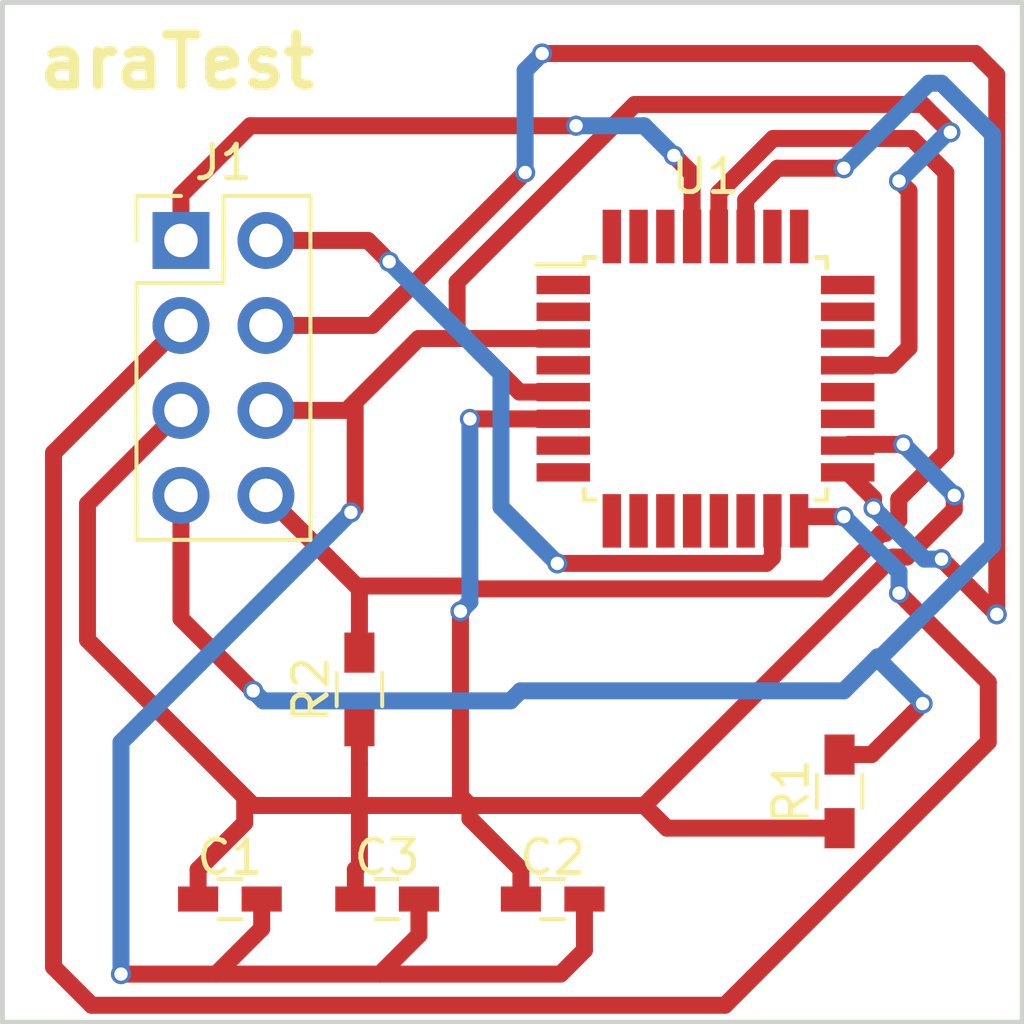
<source format=kicad_pcb>
(kicad_pcb (version 4) (host pcbnew 4.0.7)

  (general
    (links 22)
    (no_connects 18)
    (area 55.804999 55.804999 86.435001 86.435001)
    (thickness 1.6)
    (drawings 5)
    (tracks 166)
    (zones 0)
    (modules 7)
    (nets 29)
  )

  (page User 150.012 150.012)
  (title_block
    (title "LPKF Test")
    (date 2018-07-18)
    (rev v0.1)
    (company www.aravinth.info)
  )

  (layers
    (0 F.Cu signal)
    (31 B.Cu signal)
    (32 B.Adhes user)
    (33 F.Adhes user)
    (34 B.Paste user)
    (35 F.Paste user)
    (36 B.SilkS user)
    (37 F.SilkS user)
    (38 B.Mask user)
    (39 F.Mask user)
    (40 Dwgs.User user)
    (41 Cmts.User user)
    (42 Eco1.User user)
    (43 Eco2.User user)
    (44 Edge.Cuts user)
    (45 Margin user)
    (46 B.CrtYd user)
    (47 F.CrtYd user)
    (48 B.Fab user)
    (49 F.Fab user)
  )

  (setup
    (last_trace_width 0.508)
    (user_trace_width 0.508)
    (trace_clearance 0.2)
    (zone_clearance 0.508)
    (zone_45_only no)
    (trace_min 0.2)
    (segment_width 0.2)
    (edge_width 0.15)
    (via_size 0.6)
    (via_drill 0.4)
    (via_min_size 0.4)
    (via_min_drill 0.3)
    (uvia_size 0.3)
    (uvia_drill 0.1)
    (uvias_allowed no)
    (uvia_min_size 0.2)
    (uvia_min_drill 0.1)
    (pcb_text_width 0.3)
    (pcb_text_size 1.5 1.5)
    (mod_edge_width 0.15)
    (mod_text_size 1 1)
    (mod_text_width 0.15)
    (pad_size 1.524 1.524)
    (pad_drill 0.762)
    (pad_to_mask_clearance 0.2)
    (aux_axis_origin 0 0)
    (visible_elements FFFFEF7F)
    (pcbplotparams
      (layerselection 0x00030_80000001)
      (usegerberextensions false)
      (excludeedgelayer true)
      (linewidth 0.100000)
      (plotframeref false)
      (viasonmask false)
      (mode 1)
      (useauxorigin false)
      (hpglpennumber 1)
      (hpglpenspeed 20)
      (hpglpendiameter 15)
      (hpglpenoverlay 2)
      (psnegative false)
      (psa4output false)
      (plotreference true)
      (plotvalue true)
      (plotinvisibletext false)
      (padsonsilk false)
      (subtractmaskfromsilk false)
      (outputformat 1)
      (mirror false)
      (drillshape 1)
      (scaleselection 1)
      (outputdirectory ""))
  )

  (net 0 "")
  (net 1 +5V)
  (net 2 GND)
  (net 3 "Net-(J1-Pad1)")
  (net 4 "Net-(J1-Pad2)")
  (net 5 "Net-(J1-Pad3)")
  (net 6 "Net-(J1-Pad4)")
  (net 7 /SDA)
  (net 8 /SCL)
  (net 9 "Net-(U1-Pad1)")
  (net 10 "Net-(U1-Pad2)")
  (net 11 "Net-(U1-Pad7)")
  (net 12 "Net-(U1-Pad8)")
  (net 13 "Net-(U1-Pad9)")
  (net 14 "Net-(U1-Pad10)")
  (net 15 "Net-(U1-Pad11)")
  (net 16 "Net-(U1-Pad12)")
  (net 17 "Net-(U1-Pad13)")
  (net 18 "Net-(U1-Pad14)")
  (net 19 "Net-(U1-Pad19)")
  (net 20 "Net-(U1-Pad20)")
  (net 21 "Net-(U1-Pad22)")
  (net 22 "Net-(U1-Pad23)")
  (net 23 "Net-(U1-Pad24)")
  (net 24 "Net-(U1-Pad25)")
  (net 25 "Net-(U1-Pad26)")
  (net 26 "Net-(U1-Pad30)")
  (net 27 "Net-(U1-Pad31)")
  (net 28 "Net-(U1-Pad32)")

  (net_class Default "This is the default net class."
    (clearance 0.2)
    (trace_width 0.25)
    (via_dia 0.6)
    (via_drill 0.4)
    (uvia_dia 0.3)
    (uvia_drill 0.1)
    (add_net +5V)
    (add_net /SCL)
    (add_net /SDA)
    (add_net GND)
    (add_net "Net-(J1-Pad1)")
    (add_net "Net-(J1-Pad2)")
    (add_net "Net-(J1-Pad3)")
    (add_net "Net-(J1-Pad4)")
    (add_net "Net-(U1-Pad1)")
    (add_net "Net-(U1-Pad10)")
    (add_net "Net-(U1-Pad11)")
    (add_net "Net-(U1-Pad12)")
    (add_net "Net-(U1-Pad13)")
    (add_net "Net-(U1-Pad14)")
    (add_net "Net-(U1-Pad19)")
    (add_net "Net-(U1-Pad2)")
    (add_net "Net-(U1-Pad20)")
    (add_net "Net-(U1-Pad22)")
    (add_net "Net-(U1-Pad23)")
    (add_net "Net-(U1-Pad24)")
    (add_net "Net-(U1-Pad25)")
    (add_net "Net-(U1-Pad26)")
    (add_net "Net-(U1-Pad30)")
    (add_net "Net-(U1-Pad31)")
    (add_net "Net-(U1-Pad32)")
    (add_net "Net-(U1-Pad7)")
    (add_net "Net-(U1-Pad8)")
    (add_net "Net-(U1-Pad9)")
  )

  (module Capacitors_SMD:C_0603_HandSoldering (layer F.Cu) (tedit 58AA848B) (tstamp 5B4F4D40)
    (at 62.677 82.677)
    (descr "Capacitor SMD 0603, hand soldering")
    (tags "capacitor 0603")
    (path /5B4F4B2E)
    (attr smd)
    (fp_text reference C1 (at 0 -1.25) (layer F.SilkS)
      (effects (font (size 1 1) (thickness 0.15)))
    )
    (fp_text value 0.1uF (at 0 1.5) (layer F.Fab)
      (effects (font (size 1 1) (thickness 0.15)))
    )
    (fp_text user %R (at 0 -1.25) (layer F.Fab)
      (effects (font (size 1 1) (thickness 0.15)))
    )
    (fp_line (start -0.8 0.4) (end -0.8 -0.4) (layer F.Fab) (width 0.1))
    (fp_line (start 0.8 0.4) (end -0.8 0.4) (layer F.Fab) (width 0.1))
    (fp_line (start 0.8 -0.4) (end 0.8 0.4) (layer F.Fab) (width 0.1))
    (fp_line (start -0.8 -0.4) (end 0.8 -0.4) (layer F.Fab) (width 0.1))
    (fp_line (start -0.35 -0.6) (end 0.35 -0.6) (layer F.SilkS) (width 0.12))
    (fp_line (start 0.35 0.6) (end -0.35 0.6) (layer F.SilkS) (width 0.12))
    (fp_line (start -1.8 -0.65) (end 1.8 -0.65) (layer F.CrtYd) (width 0.05))
    (fp_line (start -1.8 -0.65) (end -1.8 0.65) (layer F.CrtYd) (width 0.05))
    (fp_line (start 1.8 0.65) (end 1.8 -0.65) (layer F.CrtYd) (width 0.05))
    (fp_line (start 1.8 0.65) (end -1.8 0.65) (layer F.CrtYd) (width 0.05))
    (pad 1 smd rect (at -0.95 0) (size 1.2 0.75) (layers F.Cu F.Paste F.Mask)
      (net 1 +5V))
    (pad 2 smd rect (at 0.95 0) (size 1.2 0.75) (layers F.Cu F.Paste F.Mask)
      (net 2 GND))
    (model Capacitors_SMD.3dshapes/C_0603.wrl
      (at (xyz 0 0 0))
      (scale (xyz 1 1 1))
      (rotate (xyz 0 0 0))
    )
  )

  (module Capacitors_SMD:C_0603_HandSoldering (layer F.Cu) (tedit 58AA848B) (tstamp 5B4F4D51)
    (at 72.324 82.677)
    (descr "Capacitor SMD 0603, hand soldering")
    (tags "capacitor 0603")
    (path /5B4F4B59)
    (attr smd)
    (fp_text reference C2 (at 0 -1.25) (layer F.SilkS)
      (effects (font (size 1 1) (thickness 0.15)))
    )
    (fp_text value 0.1uF (at 0 1.5) (layer F.Fab)
      (effects (font (size 1 1) (thickness 0.15)))
    )
    (fp_text user %R (at 0 -1.25) (layer F.Fab)
      (effects (font (size 1 1) (thickness 0.15)))
    )
    (fp_line (start -0.8 0.4) (end -0.8 -0.4) (layer F.Fab) (width 0.1))
    (fp_line (start 0.8 0.4) (end -0.8 0.4) (layer F.Fab) (width 0.1))
    (fp_line (start 0.8 -0.4) (end 0.8 0.4) (layer F.Fab) (width 0.1))
    (fp_line (start -0.8 -0.4) (end 0.8 -0.4) (layer F.Fab) (width 0.1))
    (fp_line (start -0.35 -0.6) (end 0.35 -0.6) (layer F.SilkS) (width 0.12))
    (fp_line (start 0.35 0.6) (end -0.35 0.6) (layer F.SilkS) (width 0.12))
    (fp_line (start -1.8 -0.65) (end 1.8 -0.65) (layer F.CrtYd) (width 0.05))
    (fp_line (start -1.8 -0.65) (end -1.8 0.65) (layer F.CrtYd) (width 0.05))
    (fp_line (start 1.8 0.65) (end 1.8 -0.65) (layer F.CrtYd) (width 0.05))
    (fp_line (start 1.8 0.65) (end -1.8 0.65) (layer F.CrtYd) (width 0.05))
    (pad 1 smd rect (at -0.95 0) (size 1.2 0.75) (layers F.Cu F.Paste F.Mask)
      (net 1 +5V))
    (pad 2 smd rect (at 0.95 0) (size 1.2 0.75) (layers F.Cu F.Paste F.Mask)
      (net 2 GND))
    (model Capacitors_SMD.3dshapes/C_0603.wrl
      (at (xyz 0 0 0))
      (scale (xyz 1 1 1))
      (rotate (xyz 0 0 0))
    )
  )

  (module Capacitors_SMD:C_0603_HandSoldering (layer F.Cu) (tedit 58AA848B) (tstamp 5B4F4D62)
    (at 67.376 82.677)
    (descr "Capacitor SMD 0603, hand soldering")
    (tags "capacitor 0603")
    (path /5B4F4B91)
    (attr smd)
    (fp_text reference C3 (at 0 -1.25) (layer F.SilkS)
      (effects (font (size 1 1) (thickness 0.15)))
    )
    (fp_text value 0.1uF (at 0 1.5) (layer F.Fab)
      (effects (font (size 1 1) (thickness 0.15)))
    )
    (fp_text user %R (at 0 -1.25) (layer F.Fab)
      (effects (font (size 1 1) (thickness 0.15)))
    )
    (fp_line (start -0.8 0.4) (end -0.8 -0.4) (layer F.Fab) (width 0.1))
    (fp_line (start 0.8 0.4) (end -0.8 0.4) (layer F.Fab) (width 0.1))
    (fp_line (start 0.8 -0.4) (end 0.8 0.4) (layer F.Fab) (width 0.1))
    (fp_line (start -0.8 -0.4) (end 0.8 -0.4) (layer F.Fab) (width 0.1))
    (fp_line (start -0.35 -0.6) (end 0.35 -0.6) (layer F.SilkS) (width 0.12))
    (fp_line (start 0.35 0.6) (end -0.35 0.6) (layer F.SilkS) (width 0.12))
    (fp_line (start -1.8 -0.65) (end 1.8 -0.65) (layer F.CrtYd) (width 0.05))
    (fp_line (start -1.8 -0.65) (end -1.8 0.65) (layer F.CrtYd) (width 0.05))
    (fp_line (start 1.8 0.65) (end 1.8 -0.65) (layer F.CrtYd) (width 0.05))
    (fp_line (start 1.8 0.65) (end -1.8 0.65) (layer F.CrtYd) (width 0.05))
    (pad 1 smd rect (at -0.95 0) (size 1.2 0.75) (layers F.Cu F.Paste F.Mask)
      (net 1 +5V))
    (pad 2 smd rect (at 0.95 0) (size 1.2 0.75) (layers F.Cu F.Paste F.Mask)
      (net 2 GND))
    (model Capacitors_SMD.3dshapes/C_0603.wrl
      (at (xyz 0 0 0))
      (scale (xyz 1 1 1))
      (rotate (xyz 0 0 0))
    )
  )

  (module Pin_Headers:Pin_Header_Straight_2x04_Pitch2.54mm (layer F.Cu) (tedit 59650532) (tstamp 5B4F4D80)
    (at 61.214 62.992)
    (descr "Through hole straight pin header, 2x04, 2.54mm pitch, double rows")
    (tags "Through hole pin header THT 2x04 2.54mm double row")
    (path /5B4F4432)
    (fp_text reference J1 (at 1.27 -2.33) (layer F.SilkS)
      (effects (font (size 1 1) (thickness 0.15)))
    )
    (fp_text value 02x04 (at 1.27 9.95) (layer F.Fab)
      (effects (font (size 1 1) (thickness 0.15)))
    )
    (fp_line (start 0 -1.27) (end 3.81 -1.27) (layer F.Fab) (width 0.1))
    (fp_line (start 3.81 -1.27) (end 3.81 8.89) (layer F.Fab) (width 0.1))
    (fp_line (start 3.81 8.89) (end -1.27 8.89) (layer F.Fab) (width 0.1))
    (fp_line (start -1.27 8.89) (end -1.27 0) (layer F.Fab) (width 0.1))
    (fp_line (start -1.27 0) (end 0 -1.27) (layer F.Fab) (width 0.1))
    (fp_line (start -1.33 8.95) (end 3.87 8.95) (layer F.SilkS) (width 0.12))
    (fp_line (start -1.33 1.27) (end -1.33 8.95) (layer F.SilkS) (width 0.12))
    (fp_line (start 3.87 -1.33) (end 3.87 8.95) (layer F.SilkS) (width 0.12))
    (fp_line (start -1.33 1.27) (end 1.27 1.27) (layer F.SilkS) (width 0.12))
    (fp_line (start 1.27 1.27) (end 1.27 -1.33) (layer F.SilkS) (width 0.12))
    (fp_line (start 1.27 -1.33) (end 3.87 -1.33) (layer F.SilkS) (width 0.12))
    (fp_line (start -1.33 0) (end -1.33 -1.33) (layer F.SilkS) (width 0.12))
    (fp_line (start -1.33 -1.33) (end 0 -1.33) (layer F.SilkS) (width 0.12))
    (fp_line (start -1.8 -1.8) (end -1.8 9.4) (layer F.CrtYd) (width 0.05))
    (fp_line (start -1.8 9.4) (end 4.35 9.4) (layer F.CrtYd) (width 0.05))
    (fp_line (start 4.35 9.4) (end 4.35 -1.8) (layer F.CrtYd) (width 0.05))
    (fp_line (start 4.35 -1.8) (end -1.8 -1.8) (layer F.CrtYd) (width 0.05))
    (fp_text user %R (at 1.27 3.81 90) (layer F.Fab)
      (effects (font (size 1 1) (thickness 0.15)))
    )
    (pad 1 thru_hole rect (at 0 0) (size 1.7 1.7) (drill 1) (layers *.Cu *.Mask)
      (net 3 "Net-(J1-Pad1)"))
    (pad 2 thru_hole oval (at 2.54 0) (size 1.7 1.7) (drill 1) (layers *.Cu *.Mask)
      (net 4 "Net-(J1-Pad2)"))
    (pad 3 thru_hole oval (at 0 2.54) (size 1.7 1.7) (drill 1) (layers *.Cu *.Mask)
      (net 5 "Net-(J1-Pad3)"))
    (pad 4 thru_hole oval (at 2.54 2.54) (size 1.7 1.7) (drill 1) (layers *.Cu *.Mask)
      (net 6 "Net-(J1-Pad4)"))
    (pad 5 thru_hole oval (at 0 5.08) (size 1.7 1.7) (drill 1) (layers *.Cu *.Mask)
      (net 1 +5V))
    (pad 6 thru_hole oval (at 2.54 5.08) (size 1.7 1.7) (drill 1) (layers *.Cu *.Mask)
      (net 2 GND))
    (pad 7 thru_hole oval (at 0 7.62) (size 1.7 1.7) (drill 1) (layers *.Cu *.Mask)
      (net 7 /SDA))
    (pad 8 thru_hole oval (at 2.54 7.62) (size 1.7 1.7) (drill 1) (layers *.Cu *.Mask)
      (net 8 /SCL))
    (model ${KISYS3DMOD}/Pin_Headers.3dshapes/Pin_Header_Straight_2x04_Pitch2.54mm.wrl
      (at (xyz 0 0 0))
      (scale (xyz 1 1 1))
      (rotate (xyz 0 0 0))
    )
  )

  (module Resistors_SMD:R_0603_HandSoldering (layer F.Cu) (tedit 58E0A804) (tstamp 5B4F4D91)
    (at 80.899 79.459 90)
    (descr "Resistor SMD 0603, hand soldering")
    (tags "resistor 0603")
    (path /5B4F47C4)
    (attr smd)
    (fp_text reference R1 (at 0 -1.45 90) (layer F.SilkS)
      (effects (font (size 1 1) (thickness 0.15)))
    )
    (fp_text value 10K (at 0 1.55 90) (layer F.Fab)
      (effects (font (size 1 1) (thickness 0.15)))
    )
    (fp_text user %R (at 0 0 90) (layer F.Fab)
      (effects (font (size 0.4 0.4) (thickness 0.075)))
    )
    (fp_line (start -0.8 0.4) (end -0.8 -0.4) (layer F.Fab) (width 0.1))
    (fp_line (start 0.8 0.4) (end -0.8 0.4) (layer F.Fab) (width 0.1))
    (fp_line (start 0.8 -0.4) (end 0.8 0.4) (layer F.Fab) (width 0.1))
    (fp_line (start -0.8 -0.4) (end 0.8 -0.4) (layer F.Fab) (width 0.1))
    (fp_line (start 0.5 0.68) (end -0.5 0.68) (layer F.SilkS) (width 0.12))
    (fp_line (start -0.5 -0.68) (end 0.5 -0.68) (layer F.SilkS) (width 0.12))
    (fp_line (start -1.96 -0.7) (end 1.95 -0.7) (layer F.CrtYd) (width 0.05))
    (fp_line (start -1.96 -0.7) (end -1.96 0.7) (layer F.CrtYd) (width 0.05))
    (fp_line (start 1.95 0.7) (end 1.95 -0.7) (layer F.CrtYd) (width 0.05))
    (fp_line (start 1.95 0.7) (end -1.96 0.7) (layer F.CrtYd) (width 0.05))
    (pad 1 smd rect (at -1.1 0 90) (size 1.2 0.9) (layers F.Cu F.Paste F.Mask)
      (net 1 +5V))
    (pad 2 smd rect (at 1.1 0 90) (size 1.2 0.9) (layers F.Cu F.Paste F.Mask)
      (net 7 /SDA))
    (model ${KISYS3DMOD}/Resistors_SMD.3dshapes/R_0603.wrl
      (at (xyz 0 0 0))
      (scale (xyz 1 1 1))
      (rotate (xyz 0 0 0))
    )
  )

  (module Resistors_SMD:R_0603_HandSoldering (layer F.Cu) (tedit 58E0A804) (tstamp 5B4F4DA2)
    (at 66.548 76.411 90)
    (descr "Resistor SMD 0603, hand soldering")
    (tags "resistor 0603")
    (path /5B4F4819)
    (attr smd)
    (fp_text reference R2 (at 0 -1.45 90) (layer F.SilkS)
      (effects (font (size 1 1) (thickness 0.15)))
    )
    (fp_text value 10K (at 0 1.55 90) (layer F.Fab)
      (effects (font (size 1 1) (thickness 0.15)))
    )
    (fp_text user %R (at 0 0 90) (layer F.Fab)
      (effects (font (size 0.4 0.4) (thickness 0.075)))
    )
    (fp_line (start -0.8 0.4) (end -0.8 -0.4) (layer F.Fab) (width 0.1))
    (fp_line (start 0.8 0.4) (end -0.8 0.4) (layer F.Fab) (width 0.1))
    (fp_line (start 0.8 -0.4) (end 0.8 0.4) (layer F.Fab) (width 0.1))
    (fp_line (start -0.8 -0.4) (end 0.8 -0.4) (layer F.Fab) (width 0.1))
    (fp_line (start 0.5 0.68) (end -0.5 0.68) (layer F.SilkS) (width 0.12))
    (fp_line (start -0.5 -0.68) (end 0.5 -0.68) (layer F.SilkS) (width 0.12))
    (fp_line (start -1.96 -0.7) (end 1.95 -0.7) (layer F.CrtYd) (width 0.05))
    (fp_line (start -1.96 -0.7) (end -1.96 0.7) (layer F.CrtYd) (width 0.05))
    (fp_line (start 1.95 0.7) (end 1.95 -0.7) (layer F.CrtYd) (width 0.05))
    (fp_line (start 1.95 0.7) (end -1.96 0.7) (layer F.CrtYd) (width 0.05))
    (pad 1 smd rect (at -1.1 0 90) (size 1.2 0.9) (layers F.Cu F.Paste F.Mask)
      (net 1 +5V))
    (pad 2 smd rect (at 1.1 0 90) (size 1.2 0.9) (layers F.Cu F.Paste F.Mask)
      (net 8 /SCL))
    (model ${KISYS3DMOD}/Resistors_SMD.3dshapes/R_0603.wrl
      (at (xyz 0 0 0))
      (scale (xyz 1 1 1))
      (rotate (xyz 0 0 0))
    )
  )

  (module Housings_QFP:TQFP-32_7x7mm_Pitch0.8mm (layer F.Cu) (tedit 58CC9A48) (tstamp 5B4F4DD9)
    (at 76.892 67.124)
    (descr "32-Lead Plastic Thin Quad Flatpack (PT) - 7x7x1.0 mm Body, 2.00 mm [TQFP] (see Microchip Packaging Specification 00000049BS.pdf)")
    (tags "QFP 0.8")
    (path /5B4F5627)
    (attr smd)
    (fp_text reference U1 (at 0 -6.05) (layer F.SilkS)
      (effects (font (size 1 1) (thickness 0.15)))
    )
    (fp_text value ATMEGA168PA-AU (at 0 6.05) (layer F.Fab)
      (effects (font (size 1 1) (thickness 0.15)))
    )
    (fp_text user %R (at 0 0) (layer F.Fab)
      (effects (font (size 1 1) (thickness 0.15)))
    )
    (fp_line (start -2.5 -3.5) (end 3.5 -3.5) (layer F.Fab) (width 0.15))
    (fp_line (start 3.5 -3.5) (end 3.5 3.5) (layer F.Fab) (width 0.15))
    (fp_line (start 3.5 3.5) (end -3.5 3.5) (layer F.Fab) (width 0.15))
    (fp_line (start -3.5 3.5) (end -3.5 -2.5) (layer F.Fab) (width 0.15))
    (fp_line (start -3.5 -2.5) (end -2.5 -3.5) (layer F.Fab) (width 0.15))
    (fp_line (start -5.3 -5.3) (end -5.3 5.3) (layer F.CrtYd) (width 0.05))
    (fp_line (start 5.3 -5.3) (end 5.3 5.3) (layer F.CrtYd) (width 0.05))
    (fp_line (start -5.3 -5.3) (end 5.3 -5.3) (layer F.CrtYd) (width 0.05))
    (fp_line (start -5.3 5.3) (end 5.3 5.3) (layer F.CrtYd) (width 0.05))
    (fp_line (start -3.625 -3.625) (end -3.625 -3.4) (layer F.SilkS) (width 0.15))
    (fp_line (start 3.625 -3.625) (end 3.625 -3.3) (layer F.SilkS) (width 0.15))
    (fp_line (start 3.625 3.625) (end 3.625 3.3) (layer F.SilkS) (width 0.15))
    (fp_line (start -3.625 3.625) (end -3.625 3.3) (layer F.SilkS) (width 0.15))
    (fp_line (start -3.625 -3.625) (end -3.3 -3.625) (layer F.SilkS) (width 0.15))
    (fp_line (start -3.625 3.625) (end -3.3 3.625) (layer F.SilkS) (width 0.15))
    (fp_line (start 3.625 3.625) (end 3.3 3.625) (layer F.SilkS) (width 0.15))
    (fp_line (start 3.625 -3.625) (end 3.3 -3.625) (layer F.SilkS) (width 0.15))
    (fp_line (start -3.625 -3.4) (end -5.05 -3.4) (layer F.SilkS) (width 0.15))
    (pad 1 smd rect (at -4.25 -2.8) (size 1.6 0.55) (layers F.Cu F.Paste F.Mask)
      (net 9 "Net-(U1-Pad1)"))
    (pad 2 smd rect (at -4.25 -2) (size 1.6 0.55) (layers F.Cu F.Paste F.Mask)
      (net 10 "Net-(U1-Pad2)"))
    (pad 3 smd rect (at -4.25 -1.2) (size 1.6 0.55) (layers F.Cu F.Paste F.Mask)
      (net 2 GND))
    (pad 4 smd rect (at -4.25 -0.4) (size 1.6 0.55) (layers F.Cu F.Paste F.Mask)
      (net 1 +5V))
    (pad 5 smd rect (at -4.25 0.4) (size 1.6 0.55) (layers F.Cu F.Paste F.Mask)
      (net 2 GND))
    (pad 6 smd rect (at -4.25 1.2) (size 1.6 0.55) (layers F.Cu F.Paste F.Mask)
      (net 1 +5V))
    (pad 7 smd rect (at -4.25 2) (size 1.6 0.55) (layers F.Cu F.Paste F.Mask)
      (net 11 "Net-(U1-Pad7)"))
    (pad 8 smd rect (at -4.25 2.8) (size 1.6 0.55) (layers F.Cu F.Paste F.Mask)
      (net 12 "Net-(U1-Pad8)"))
    (pad 9 smd rect (at -2.8 4.25 90) (size 1.6 0.55) (layers F.Cu F.Paste F.Mask)
      (net 13 "Net-(U1-Pad9)"))
    (pad 10 smd rect (at -2 4.25 90) (size 1.6 0.55) (layers F.Cu F.Paste F.Mask)
      (net 14 "Net-(U1-Pad10)"))
    (pad 11 smd rect (at -1.2 4.25 90) (size 1.6 0.55) (layers F.Cu F.Paste F.Mask)
      (net 15 "Net-(U1-Pad11)"))
    (pad 12 smd rect (at -0.4 4.25 90) (size 1.6 0.55) (layers F.Cu F.Paste F.Mask)
      (net 16 "Net-(U1-Pad12)"))
    (pad 13 smd rect (at 0.4 4.25 90) (size 1.6 0.55) (layers F.Cu F.Paste F.Mask)
      (net 17 "Net-(U1-Pad13)"))
    (pad 14 smd rect (at 1.2 4.25 90) (size 1.6 0.55) (layers F.Cu F.Paste F.Mask)
      (net 18 "Net-(U1-Pad14)"))
    (pad 15 smd rect (at 2 4.25 90) (size 1.6 0.55) (layers F.Cu F.Paste F.Mask)
      (net 4 "Net-(J1-Pad2)"))
    (pad 16 smd rect (at 2.8 4.25 90) (size 1.6 0.55) (layers F.Cu F.Paste F.Mask)
      (net 5 "Net-(J1-Pad3)"))
    (pad 17 smd rect (at 4.25 2.8) (size 1.6 0.55) (layers F.Cu F.Paste F.Mask)
      (net 6 "Net-(J1-Pad4)"))
    (pad 18 smd rect (at 4.25 2) (size 1.6 0.55) (layers F.Cu F.Paste F.Mask)
      (net 1 +5V))
    (pad 19 smd rect (at 4.25 1.2) (size 1.6 0.55) (layers F.Cu F.Paste F.Mask)
      (net 19 "Net-(U1-Pad19)"))
    (pad 20 smd rect (at 4.25 0.4) (size 1.6 0.55) (layers F.Cu F.Paste F.Mask)
      (net 20 "Net-(U1-Pad20)"))
    (pad 21 smd rect (at 4.25 -0.4) (size 1.6 0.55) (layers F.Cu F.Paste F.Mask)
      (net 2 GND))
    (pad 22 smd rect (at 4.25 -1.2) (size 1.6 0.55) (layers F.Cu F.Paste F.Mask)
      (net 21 "Net-(U1-Pad22)"))
    (pad 23 smd rect (at 4.25 -2) (size 1.6 0.55) (layers F.Cu F.Paste F.Mask)
      (net 22 "Net-(U1-Pad23)"))
    (pad 24 smd rect (at 4.25 -2.8) (size 1.6 0.55) (layers F.Cu F.Paste F.Mask)
      (net 23 "Net-(U1-Pad24)"))
    (pad 25 smd rect (at 2.8 -4.25 90) (size 1.6 0.55) (layers F.Cu F.Paste F.Mask)
      (net 24 "Net-(U1-Pad25)"))
    (pad 26 smd rect (at 2 -4.25 90) (size 1.6 0.55) (layers F.Cu F.Paste F.Mask)
      (net 25 "Net-(U1-Pad26)"))
    (pad 27 smd rect (at 1.2 -4.25 90) (size 1.6 0.55) (layers F.Cu F.Paste F.Mask)
      (net 7 /SDA))
    (pad 28 smd rect (at 0.4 -4.25 90) (size 1.6 0.55) (layers F.Cu F.Paste F.Mask)
      (net 8 /SCL))
    (pad 29 smd rect (at -0.4 -4.25 90) (size 1.6 0.55) (layers F.Cu F.Paste F.Mask)
      (net 3 "Net-(J1-Pad1)"))
    (pad 30 smd rect (at -1.2 -4.25 90) (size 1.6 0.55) (layers F.Cu F.Paste F.Mask)
      (net 26 "Net-(U1-Pad30)"))
    (pad 31 smd rect (at -2 -4.25 90) (size 1.6 0.55) (layers F.Cu F.Paste F.Mask)
      (net 27 "Net-(U1-Pad31)"))
    (pad 32 smd rect (at -2.8 -4.25 90) (size 1.6 0.55) (layers F.Cu F.Paste F.Mask)
      (net 28 "Net-(U1-Pad32)"))
    (model ${KISYS3DMOD}/Housings_QFP.3dshapes/TQFP-32_7x7mm_Pitch0.8mm.wrl
      (at (xyz 0 0 0))
      (scale (xyz 1 1 1))
      (rotate (xyz 0 0 0))
    )
  )

  (gr_text araTest (at 61.087 57.658) (layer F.SilkS)
    (effects (font (size 1.5 1.5) (thickness 0.3)))
  )
  (gr_line (start 86.36 55.88) (end 55.88 55.88) (layer Edge.Cuts) (width 0.15))
  (gr_line (start 86.36 86.36) (end 86.36 55.88) (layer Edge.Cuts) (width 0.15))
  (gr_line (start 55.88 86.36) (end 86.36 86.36) (layer Edge.Cuts) (width 0.15))
  (gr_line (start 55.88 55.88) (end 55.88 86.36) (layer Edge.Cuts) (width 0.15))

  (segment (start 82.909252 72.455012) (end 84.328 71.036264) (width 0.508) (layer F.Cu) (net 1))
  (segment (start 84.328 71.036264) (end 84.328 70.612) (width 0.508) (layer F.Cu) (net 1))
  (segment (start 75.058819 79.881181) (end 82.484988 72.455012) (width 0.508) (layer F.Cu) (net 1))
  (segment (start 82.484988 72.455012) (end 82.909252 72.455012) (width 0.508) (layer F.Cu) (net 1))
  (segment (start 69.85 79.881181) (end 69.567854 79.599035) (width 0.508) (layer F.Cu) (net 1))
  (via (at 69.567854 74.075269) (size 0.6) (drill 0.4) (layers F.Cu B.Cu) (net 1))
  (segment (start 69.567854 79.599035) (end 69.567854 74.499533) (width 0.508) (layer F.Cu) (net 1))
  (segment (start 69.567854 74.499533) (end 69.567854 74.075269) (width 0.508) (layer F.Cu) (net 1))
  (segment (start 69.85 73.793123) (end 69.567854 74.075269) (width 0.508) (layer B.Cu) (net 1))
  (segment (start 69.85 68.326) (end 69.85 73.793123) (width 0.508) (layer B.Cu) (net 1))
  (segment (start 61.214 68.072) (end 58.42 70.866) (width 0.508) (layer F.Cu) (net 1))
  (segment (start 58.42 70.866) (end 58.42 74.93) (width 0.508) (layer F.Cu) (net 1))
  (segment (start 58.42 74.93) (end 63.119 79.629) (width 0.508) (layer F.Cu) (net 1))
  (segment (start 71.374 82.677) (end 71.374 81.794) (width 0.508) (layer F.Cu) (net 1))
  (segment (start 71.374 81.794) (end 69.85 80.27) (width 0.508) (layer F.Cu) (net 1))
  (segment (start 69.85 80.27) (end 69.85 79.881181) (width 0.508) (layer F.Cu) (net 1))
  (segment (start 66.426 82.677) (end 66.426 81.794) (width 0.508) (layer F.Cu) (net 1))
  (segment (start 66.426 81.794) (end 66.548 81.672) (width 0.508) (layer F.Cu) (net 1))
  (segment (start 66.548 81.672) (end 66.548 79.881181) (width 0.508) (layer F.Cu) (net 1))
  (segment (start 63.119 79.629) (end 63.371181 79.881181) (width 0.508) (layer F.Cu) (net 1))
  (segment (start 61.727 82.677) (end 61.727 81.794) (width 0.508) (layer F.Cu) (net 1))
  (segment (start 61.727 81.794) (end 63.119 80.402) (width 0.508) (layer F.Cu) (net 1))
  (segment (start 63.119 80.402) (end 63.119 79.629) (width 0.508) (layer F.Cu) (net 1))
  (segment (start 69.85 68.326) (end 72.64 68.326) (width 0.508) (layer F.Cu) (net 1))
  (segment (start 72.64 68.326) (end 72.642 68.324) (width 0.508) (layer F.Cu) (net 1))
  (via (at 69.85 68.326) (size 0.6) (drill 0.4) (layers F.Cu B.Cu) (net 1))
  (segment (start 69.85 79.881181) (end 75.058819 79.881181) (width 0.508) (layer F.Cu) (net 1))
  (segment (start 66.548 79.881181) (end 69.85 79.881181) (width 0.508) (layer F.Cu) (net 1))
  (segment (start 80.899 80.559) (end 75.736638 80.559) (width 0.508) (layer F.Cu) (net 1))
  (segment (start 75.736638 80.559) (end 75.058819 79.881181) (width 0.508) (layer F.Cu) (net 1))
  (segment (start 63.371181 79.881181) (end 66.548 79.881181) (width 0.508) (layer F.Cu) (net 1))
  (segment (start 66.548 77.511) (end 66.548 78.619) (width 0.508) (layer F.Cu) (net 1))
  (segment (start 66.548 78.619) (end 66.548 79.881181) (width 0.508) (layer F.Cu) (net 1))
  (segment (start 82.804 69.088) (end 81.178 69.088) (width 0.508) (layer F.Cu) (net 1))
  (segment (start 81.178 69.088) (end 81.142 69.124) (width 0.508) (layer F.Cu) (net 1))
  (segment (start 84.328 70.612) (end 82.804 69.088) (width 0.508) (layer B.Cu) (net 1))
  (via (at 82.804 69.088) (size 0.6) (drill 0.4) (layers F.Cu B.Cu) (net 1))
  (via (at 84.328 70.612) (size 0.6) (drill 0.4) (layers F.Cu B.Cu) (net 1))
  (segment (start 83.38001 58.928) (end 83.91037 59.45836) (width 0.508) (layer F.Cu) (net 2))
  (segment (start 69.469 64.234924) (end 74.775924 58.928) (width 0.508) (layer F.Cu) (net 2))
  (segment (start 83.91037 59.45836) (end 84.210369 59.758359) (width 0.508) (layer F.Cu) (net 2))
  (segment (start 69.469 65.924) (end 69.469 64.234924) (width 0.508) (layer F.Cu) (net 2))
  (segment (start 74.775924 58.928) (end 83.38001 58.928) (width 0.508) (layer F.Cu) (net 2))
  (segment (start 72.559731 84.920269) (end 73.274 84.206) (width 0.508) (layer F.Cu) (net 2))
  (segment (start 73.274 84.206) (end 73.274 82.677) (width 0.508) (layer F.Cu) (net 2))
  (segment (start 67.159783 84.920269) (end 72.559731 84.920269) (width 0.508) (layer F.Cu) (net 2))
  (segment (start 62.266731 84.920269) (end 67.159783 84.920269) (width 0.508) (layer F.Cu) (net 2))
  (segment (start 67.159783 84.920269) (end 68.326 83.754052) (width 0.508) (layer F.Cu) (net 2))
  (segment (start 68.326 83.754052) (end 68.326 82.677) (width 0.508) (layer F.Cu) (net 2))
  (segment (start 59.421266 84.920269) (end 62.266731 84.920269) (width 0.508) (layer F.Cu) (net 2))
  (segment (start 62.266731 84.920269) (end 63.627 83.56) (width 0.508) (layer F.Cu) (net 2))
  (segment (start 63.627 83.56) (end 63.627 82.677) (width 0.508) (layer F.Cu) (net 2))
  (segment (start 59.421266 77.992734) (end 59.421266 84.496005) (width 0.508) (layer B.Cu) (net 2))
  (segment (start 59.421266 84.496005) (end 59.421266 84.920269) (width 0.508) (layer B.Cu) (net 2))
  (segment (start 66.294 71.12) (end 59.421266 77.992734) (width 0.508) (layer B.Cu) (net 2))
  (via (at 59.421266 84.920269) (size 0.6) (drill 0.4) (layers F.Cu B.Cu) (net 2))
  (segment (start 66.421 67.818) (end 68.315 65.924) (width 0.508) (layer F.Cu) (net 2))
  (segment (start 66.167 68.072) (end 66.421 67.818) (width 0.508) (layer F.Cu) (net 2))
  (segment (start 66.421 67.818) (end 66.421 70.993) (width 0.508) (layer F.Cu) (net 2))
  (segment (start 66.421 70.993) (end 66.294 71.12) (width 0.508) (layer F.Cu) (net 2))
  (via (at 66.294 71.12) (size 0.6) (drill 0.4) (layers F.Cu B.Cu) (net 2))
  (segment (start 82.677 61.214) (end 82.976999 61.513999) (width 0.508) (layer F.Cu) (net 2))
  (segment (start 82.976999 61.513999) (end 82.976999 66.197001) (width 0.508) (layer F.Cu) (net 2))
  (segment (start 82.976999 66.197001) (end 82.45 66.724) (width 0.508) (layer F.Cu) (net 2))
  (segment (start 82.45 66.724) (end 81.142 66.724) (width 0.508) (layer F.Cu) (net 2))
  (segment (start 84.210369 59.758359) (end 84.132641 59.758359) (width 0.508) (layer B.Cu) (net 2))
  (segment (start 84.132641 59.758359) (end 82.677 61.214) (width 0.508) (layer B.Cu) (net 2))
  (via (at 82.677 61.214) (size 0.6) (drill 0.4) (layers F.Cu B.Cu) (net 2))
  (via (at 84.210369 59.758359) (size 0.6) (drill 0.4) (layers F.Cu B.Cu) (net 2))
  (segment (start 69.469 65.924) (end 69.977 65.924) (width 0.508) (layer F.Cu) (net 2))
  (segment (start 68.315 65.924) (end 69.469 65.924) (width 0.508) (layer F.Cu) (net 2))
  (segment (start 69.977 65.924) (end 72.642 65.924) (width 0.508) (layer F.Cu) (net 2))
  (segment (start 71.334 67.524) (end 72.642 67.524) (width 0.508) (layer F.Cu) (net 2))
  (segment (start 69.977 65.924) (end 69.977 66.167) (width 0.508) (layer F.Cu) (net 2))
  (segment (start 69.977 66.167) (end 71.334 67.524) (width 0.508) (layer F.Cu) (net 2))
  (segment (start 63.754 68.072) (end 66.167 68.072) (width 0.508) (layer F.Cu) (net 2))
  (segment (start 75.946 60.452) (end 76.492 60.998) (width 0.508) (layer F.Cu) (net 3))
  (segment (start 76.492 60.998) (end 76.492 62.874) (width 0.508) (layer F.Cu) (net 3))
  (segment (start 73.025 59.563) (end 75.057 59.563) (width 0.508) (layer B.Cu) (net 3))
  (segment (start 75.057 59.563) (end 75.946 60.452) (width 0.508) (layer B.Cu) (net 3))
  (via (at 75.946 60.452) (size 0.6) (drill 0.4) (layers F.Cu B.Cu) (net 3))
  (via (at 73.025 59.563) (size 0.6) (drill 0.4) (layers F.Cu B.Cu) (net 3))
  (segment (start 61.214 62.992) (end 61.214 61.634) (width 0.508) (layer F.Cu) (net 3))
  (segment (start 61.214 61.634) (end 63.285 59.563) (width 0.508) (layer F.Cu) (net 3))
  (segment (start 63.285 59.563) (end 73.025 59.563) (width 0.508) (layer F.Cu) (net 3))
  (segment (start 72.462622 72.644673) (end 78.713529 72.644673) (width 0.508) (layer F.Cu) (net 4))
  (segment (start 78.713529 72.644673) (end 78.892 72.466202) (width 0.508) (layer F.Cu) (net 4))
  (segment (start 78.892 72.466202) (end 78.892 71.374) (width 0.508) (layer F.Cu) (net 4))
  (via (at 72.462622 72.644673) (size 0.6) (drill 0.4) (layers F.Cu B.Cu) (net 4))
  (segment (start 67.437 63.627) (end 70.778655 66.968655) (width 0.508) (layer B.Cu) (net 4))
  (segment (start 70.778655 66.968655) (end 70.778655 70.960706) (width 0.508) (layer B.Cu) (net 4))
  (segment (start 70.778655 70.960706) (end 72.462622 72.644673) (width 0.508) (layer B.Cu) (net 4))
  (segment (start 63.754 62.992) (end 66.802 62.992) (width 0.508) (layer F.Cu) (net 4))
  (segment (start 66.802 62.992) (end 67.437 63.627) (width 0.508) (layer F.Cu) (net 4))
  (via (at 67.437 63.627) (size 0.6) (drill 0.4) (layers F.Cu B.Cu) (net 4))
  (segment (start 81.026 71.247) (end 79.819 71.247) (width 0.508) (layer F.Cu) (net 5))
  (segment (start 79.819 71.247) (end 79.692 71.374) (width 0.508) (layer F.Cu) (net 5))
  (segment (start 82.677 73.533) (end 82.677 72.898) (width 0.508) (layer B.Cu) (net 5))
  (segment (start 82.677 72.898) (end 81.026 71.247) (width 0.508) (layer B.Cu) (net 5))
  (via (at 81.026 71.247) (size 0.6) (drill 0.4) (layers F.Cu B.Cu) (net 5))
  (segment (start 85.344 77.981202) (end 85.344 76.2) (width 0.508) (layer F.Cu) (net 5))
  (segment (start 85.344 76.2) (end 82.677 73.533) (width 0.508) (layer F.Cu) (net 5))
  (via (at 82.677 73.533) (size 0.6) (drill 0.4) (layers F.Cu B.Cu) (net 5))
  (segment (start 58.547 85.852) (end 77.473202 85.852) (width 0.508) (layer F.Cu) (net 5))
  (segment (start 77.473202 85.852) (end 85.344 77.981202) (width 0.508) (layer F.Cu) (net 5))
  (segment (start 57.404 84.709) (end 58.547 85.852) (width 0.508) (layer F.Cu) (net 5))
  (segment (start 61.214 65.532) (end 57.404 69.342) (width 0.508) (layer F.Cu) (net 5))
  (segment (start 57.404 69.342) (end 57.404 84.709) (width 0.508) (layer F.Cu) (net 5))
  (segment (start 81.915 70.993) (end 81.915 70.697) (width 0.508) (layer F.Cu) (net 6))
  (segment (start 81.915 70.697) (end 81.142 69.924) (width 0.508) (layer F.Cu) (net 6))
  (via (at 81.915 70.993) (size 0.6) (drill 0.4) (layers F.Cu B.Cu) (net 6))
  (segment (start 83.947 72.517) (end 83.439 72.517) (width 0.508) (layer B.Cu) (net 6))
  (segment (start 83.439 72.517) (end 81.915 70.993) (width 0.508) (layer B.Cu) (net 6))
  (segment (start 85.598 74.168) (end 83.947 72.517) (width 0.508) (layer F.Cu) (net 6))
  (via (at 83.947 72.517) (size 0.6) (drill 0.4) (layers F.Cu B.Cu) (net 6))
  (segment (start 85.598 58.039) (end 85.598 74.168) (width 0.508) (layer F.Cu) (net 6))
  (via (at 85.598 74.168) (size 0.6) (drill 0.4) (layers F.Cu B.Cu) (net 6))
  (segment (start 84.963 57.404) (end 85.598 58.039) (width 0.508) (layer F.Cu) (net 6))
  (segment (start 72.009 57.404) (end 84.963 57.404) (width 0.508) (layer F.Cu) (net 6))
  (segment (start 71.501 60.96) (end 71.501 57.912) (width 0.508) (layer B.Cu) (net 6))
  (segment (start 71.501 57.912) (end 72.009 57.404) (width 0.508) (layer B.Cu) (net 6))
  (via (at 72.009 57.404) (size 0.6) (drill 0.4) (layers F.Cu B.Cu) (net 6))
  (segment (start 63.754 65.532) (end 66.929 65.532) (width 0.508) (layer F.Cu) (net 6))
  (segment (start 66.929 65.532) (end 71.501 60.96) (width 0.508) (layer F.Cu) (net 6))
  (via (at 71.501 60.96) (size 0.6) (drill 0.4) (layers F.Cu B.Cu) (net 6))
  (segment (start 81.325999 60.533001) (end 81.026 60.833) (width 0.508) (layer B.Cu) (net 7))
  (segment (start 83.566 58.293) (end 81.325999 60.533001) (width 0.508) (layer B.Cu) (net 7))
  (segment (start 83.947 58.293) (end 83.566 58.293) (width 0.508) (layer B.Cu) (net 7))
  (segment (start 85.471 59.817) (end 83.947 58.293) (width 0.508) (layer B.Cu) (net 7))
  (segment (start 85.471 72.108922) (end 85.471 59.817) (width 0.508) (layer B.Cu) (net 7))
  (segment (start 82.141922 75.438) (end 85.471 72.108922) (width 0.508) (layer B.Cu) (net 7))
  (segment (start 82.042 75.438) (end 82.141922 75.438) (width 0.508) (layer B.Cu) (net 7))
  (segment (start 81.026 76.454) (end 82.042 75.438) (width 0.508) (layer B.Cu) (net 7))
  (segment (start 71.062162 76.753999) (end 71.362161 76.454) (width 0.508) (layer B.Cu) (net 7))
  (segment (start 63.373 76.454) (end 63.672999 76.753999) (width 0.508) (layer B.Cu) (net 7))
  (segment (start 63.672999 76.753999) (end 71.062162 76.753999) (width 0.508) (layer B.Cu) (net 7))
  (segment (start 71.362161 76.454) (end 81.026 76.454) (width 0.508) (layer B.Cu) (net 7))
  (segment (start 82.042 75.496) (end 82.042 75.438) (width 0.508) (layer B.Cu) (net 7))
  (segment (start 83.381 76.835) (end 82.042 75.496) (width 0.508) (layer B.Cu) (net 7))
  (via (at 83.381 76.835) (size 0.6) (drill 0.4) (layers F.Cu B.Cu) (net 7))
  (segment (start 80.899 78.359) (end 81.857 78.359) (width 0.508) (layer F.Cu) (net 7))
  (segment (start 81.857 78.359) (end 83.381 76.835) (width 0.508) (layer F.Cu) (net 7))
  (segment (start 79.040798 60.833) (end 78.092 61.781798) (width 0.508) (layer F.Cu) (net 7))
  (segment (start 78.092 61.781798) (end 78.092 62.874) (width 0.508) (layer F.Cu) (net 7))
  (segment (start 81.026 60.833) (end 79.040798 60.833) (width 0.508) (layer F.Cu) (net 7))
  (via (at 81.026 60.833) (size 0.6) (drill 0.4) (layers F.Cu B.Cu) (net 7))
  (segment (start 61.214 74.295) (end 63.375999 76.456999) (width 0.508) (layer F.Cu) (net 7))
  (segment (start 63.375999 76.456999) (end 63.373 76.454) (width 0.508) (layer F.Cu) (net 7))
  (via (at 63.373 76.454) (size 0.6) (drill 0.4) (layers F.Cu B.Cu) (net 7))
  (segment (start 61.214 70.612) (end 61.214 74.295) (width 0.508) (layer F.Cu) (net 7))
  (segment (start 78.914 59.944) (end 77.292 61.566) (width 0.508) (layer F.Cu) (net 8))
  (segment (start 77.292 61.566) (end 77.292 62.874) (width 0.508) (layer F.Cu) (net 8))
  (segment (start 82.669001 70.719921) (end 84.074 69.314922) (width 0.508) (layer F.Cu) (net 8))
  (segment (start 84.074 69.314922) (end 84.074 60.96) (width 0.508) (layer F.Cu) (net 8))
  (segment (start 84.074 60.96) (end 83.058 59.944) (width 0.508) (layer F.Cu) (net 8))
  (segment (start 83.058 59.944) (end 78.914 59.944) (width 0.508) (layer F.Cu) (net 8))
  (segment (start 80.490922 73.406) (end 82.149921 71.747001) (width 0.508) (layer F.Cu) (net 8))
  (segment (start 82.149921 71.747001) (end 82.276921 71.747001) (width 0.508) (layer F.Cu) (net 8))
  (segment (start 82.276921 71.747001) (end 82.669001 71.354921) (width 0.508) (layer F.Cu) (net 8))
  (segment (start 82.669001 71.354921) (end 82.669001 70.719921) (width 0.508) (layer F.Cu) (net 8))
  (segment (start 70.014509 73.406) (end 80.490922 73.406) (width 0.508) (layer F.Cu) (net 8))
  (segment (start 69.929776 73.321267) (end 70.014509 73.406) (width 0.508) (layer F.Cu) (net 8))
  (segment (start 66.632733 73.321267) (end 69.929776 73.321267) (width 0.508) (layer F.Cu) (net 8))
  (segment (start 66.548 73.406) (end 66.632733 73.321267) (width 0.508) (layer F.Cu) (net 8))
  (segment (start 66.548 75.311) (end 66.548 73.406) (width 0.508) (layer F.Cu) (net 8))
  (segment (start 63.754 70.612) (end 66.548 73.406) (width 0.508) (layer F.Cu) (net 8))

)

</source>
